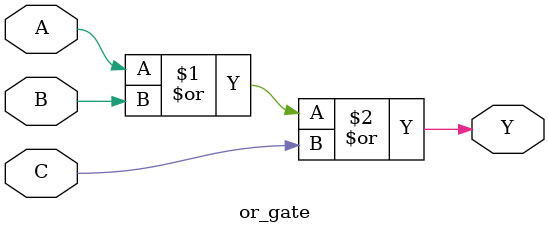
<source format=v>

module full_adder_2bit(
    input [1:0] A,
    input [1:0] B,
    input Cin,
    output [1:0] S,
    output Cout
);

wire CO1, CO2;

HAHD2X HA1(A[0], B[0], CO1, S[0]);
HAHD2X HA2(A[1], B[1], CO2, S[1]);

assign Cout = CO1 | CO2 | Cin; // Fix: Assign Cout directly

endmodule
module HAHD2X(
    input A,
    input B,
    output CO,
    output S
);

xor gate1(S, A, B);
and gate2(CO, A, B);

endmodule
module or_gate(
    input A,
    input B,
    input C,
    output Y
);

assign Y = A | B | C;

endmodule
</source>
